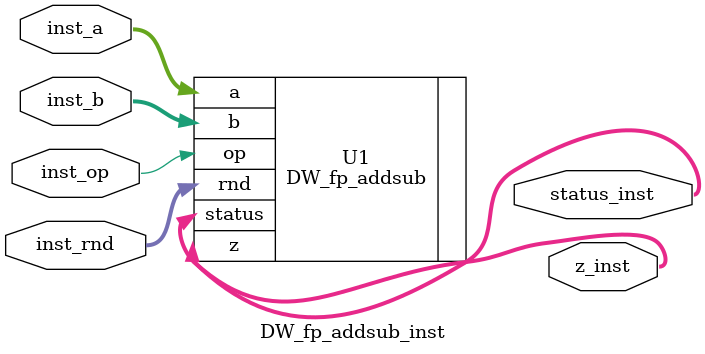
<source format=sv>
module DW_fp_addsub_inst( inst_a, inst_b, inst_rnd, inst_op, z_inst, 
		status_inst );

parameter sig_width = 23;
parameter exp_width = 8;
parameter ieee_compliance = 0;


input logic [sig_width+exp_width : 0] inst_a;
input logic [sig_width+exp_width : 0] inst_b;
input logic [2 : 0] inst_rnd;
input logic inst_op;
output logic [sig_width+exp_width : 0] z_inst;
output logic [7 : 0] status_inst;

    // Instance of DW_fp_addsub
    DW_fp_addsub #(sig_width, exp_width, ieee_compliance)
	  U1 ( .a(inst_a), .b(inst_b), .rnd(inst_rnd), 
               .op(inst_op), .z(z_inst), .status(status_inst) );

endmodule

</source>
